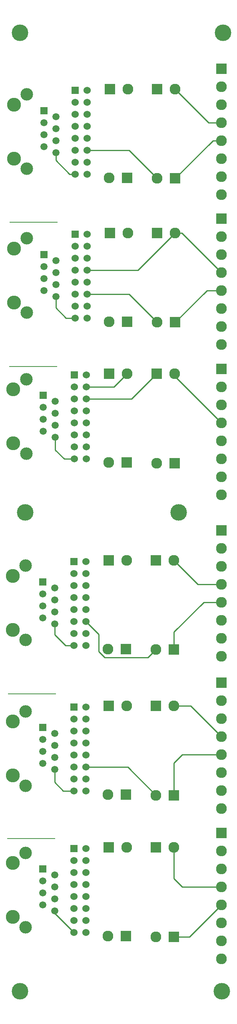
<source format=gtl>
G04 Layer_Physical_Order=1*
G04 Layer_Color=255*
%FSTAX24Y24*%
%MOIN*%
G70*
G01*
G75*
%ADD10R,0.4000X0.0100*%
%ADD11C,0.0100*%
%ADD12C,0.0902*%
%ADD13R,0.0902X0.0902*%
%ADD14C,0.1380*%
%ADD15C,0.0600*%
%ADD16R,0.0600X0.0600*%
%ADD17R,0.0902X0.0902*%
%ADD18C,0.1161*%
%ADD19C,0.1043*%
%ADD20C,0.0591*%
%ADD21R,0.0591X0.0591*%
D10*
X0417Y03245D02*
D03*
X04185Y0718D02*
D03*
X04165Y0204D02*
D03*
X0418Y05975D02*
D03*
D11*
X0444Y05205D02*
X04525D01*
X04365Y0528D02*
X0444Y05205D01*
X04365Y0528D02*
Y05385D01*
X0436Y02508D02*
X04433Y02435D01*
X0436Y02508D02*
Y02615D01*
X04485Y0758D02*
X0453D01*
X0437Y07695D02*
X04485Y0758D01*
X0437Y07695D02*
Y0776D01*
X05604Y0401D02*
X0575D01*
X05355Y03761D02*
X05604Y0401D01*
X05355Y03615D02*
Y03761D01*
X0498Y0778D02*
X05215Y07545D01*
X0463Y0778D02*
X0498D01*
X05485Y0122D02*
X0575Y01485D01*
X05355Y0122D02*
X05485D01*
X0568Y0786D02*
X0575D01*
X05365Y07545D02*
X0568Y0786D01*
X05365Y0829D02*
X05645Y0801D01*
X0575D01*
X0462Y0385D02*
X04727Y03743D01*
Y036D02*
Y03743D01*
Y036D02*
X04779Y03548D01*
X05138D01*
X05205Y03615D01*
X05355Y0436D02*
X05555Y0416D01*
X0575D01*
X04625Y05705D02*
X05D01*
X0521Y05915D01*
X0463Y0678D02*
X05055D01*
X05365Y0709D01*
X0542D01*
X0575Y0676D01*
X0563Y0661D02*
X0575D01*
X05365Y06345D02*
X0563Y0661D01*
X0498Y0658D02*
X05215Y06345D01*
X0463Y0658D02*
X0498D01*
X04625Y05805D02*
X04855D01*
X04965Y05915D01*
X05355Y03145D02*
X05495D01*
X0575Y0289D01*
X0462Y02635D02*
X0497D01*
X05205Y024D01*
X05355D02*
Y0267D01*
X05425Y0274D01*
X0575D01*
X05355Y01705D02*
Y01965D01*
Y01705D02*
X05425Y01635D01*
X0575D01*
X04433Y02435D02*
X0452D01*
X0536Y05895D02*
Y05915D01*
Y05895D02*
X0575Y05505D01*
X0436Y01415D02*
Y01435D01*
Y01415D02*
X0452Y01255D01*
X0436Y0374D02*
Y0383D01*
Y0374D02*
X0445Y0365D01*
X0452D01*
X0437Y06465D02*
Y0656D01*
Y06465D02*
X04455Y0638D01*
X0453D01*
D12*
X0575Y01035D02*
D03*
Y01185D02*
D03*
Y01335D02*
D03*
Y01485D02*
D03*
Y01635D02*
D03*
Y01785D02*
D03*
Y01935D02*
D03*
Y0229D02*
D03*
Y0244D02*
D03*
Y0259D02*
D03*
Y0274D02*
D03*
Y0289D02*
D03*
Y0304D02*
D03*
Y0319D02*
D03*
Y0356D02*
D03*
Y0371D02*
D03*
Y0386D02*
D03*
Y0401D02*
D03*
Y0416D02*
D03*
Y0431D02*
D03*
Y0446D02*
D03*
Y04905D02*
D03*
Y05055D02*
D03*
Y05205D02*
D03*
Y05355D02*
D03*
Y05505D02*
D03*
Y05655D02*
D03*
Y05805D02*
D03*
Y0616D02*
D03*
Y0631D02*
D03*
Y0646D02*
D03*
Y0661D02*
D03*
Y0676D02*
D03*
Y0691D02*
D03*
Y0706D02*
D03*
Y0741D02*
D03*
Y0756D02*
D03*
Y0771D02*
D03*
Y0786D02*
D03*
Y0801D02*
D03*
Y0816D02*
D03*
Y0831D02*
D03*
X04815Y0755D02*
D03*
X05215Y07545D02*
D03*
X05365Y0829D02*
D03*
X0497D02*
D03*
X04815Y0635D02*
D03*
X04805Y0362D02*
D03*
X0481Y05175D02*
D03*
X04805Y01225D02*
D03*
Y02405D02*
D03*
X05205Y0122D02*
D03*
Y024D02*
D03*
X05215Y06345D02*
D03*
X05205Y03615D02*
D03*
X0521Y0517D02*
D03*
X05355Y0436D02*
D03*
Y01965D02*
D03*
Y03145D02*
D03*
X05365Y0709D02*
D03*
X0536Y05915D02*
D03*
X0497Y0709D02*
D03*
X0496Y03145D02*
D03*
Y01965D02*
D03*
X04965Y05915D02*
D03*
X0496Y0436D02*
D03*
D13*
X0575Y02085D02*
D03*
Y0334D02*
D03*
Y0461D02*
D03*
Y05955D02*
D03*
Y0721D02*
D03*
Y0846D02*
D03*
D14*
X05755Y00765D02*
D03*
X0407D02*
D03*
X05395Y0476D02*
D03*
X04115D02*
D03*
X05765Y0876D02*
D03*
X0407D02*
D03*
D15*
X0463Y0758D02*
D03*
Y0768D02*
D03*
X0453Y0818D02*
D03*
Y0808D02*
D03*
Y0798D02*
D03*
Y0788D02*
D03*
Y0778D02*
D03*
Y0768D02*
D03*
Y0758D02*
D03*
X0463Y0778D02*
D03*
Y0788D02*
D03*
Y0798D02*
D03*
Y0808D02*
D03*
Y0818D02*
D03*
Y0828D02*
D03*
X0462Y01255D02*
D03*
Y01355D02*
D03*
X0452Y01855D02*
D03*
Y01755D02*
D03*
Y01655D02*
D03*
Y01555D02*
D03*
Y01455D02*
D03*
Y01355D02*
D03*
Y01255D02*
D03*
X0462Y01455D02*
D03*
Y01555D02*
D03*
Y01655D02*
D03*
Y01755D02*
D03*
Y01855D02*
D03*
Y01955D02*
D03*
Y02435D02*
D03*
Y02535D02*
D03*
X0452Y03035D02*
D03*
Y02935D02*
D03*
Y02835D02*
D03*
Y02735D02*
D03*
Y02635D02*
D03*
Y02535D02*
D03*
Y02435D02*
D03*
X0462Y02635D02*
D03*
Y02735D02*
D03*
Y02835D02*
D03*
Y02935D02*
D03*
Y03035D02*
D03*
Y03135D02*
D03*
Y0365D02*
D03*
Y0375D02*
D03*
X0452Y0425D02*
D03*
Y0415D02*
D03*
Y0405D02*
D03*
Y0395D02*
D03*
Y0385D02*
D03*
Y0375D02*
D03*
Y0365D02*
D03*
X0462Y0385D02*
D03*
Y0395D02*
D03*
Y0405D02*
D03*
Y0415D02*
D03*
Y0425D02*
D03*
Y0435D02*
D03*
X04625Y05205D02*
D03*
Y05305D02*
D03*
X04525Y05805D02*
D03*
Y05705D02*
D03*
Y05605D02*
D03*
Y05505D02*
D03*
Y05405D02*
D03*
Y05305D02*
D03*
Y05205D02*
D03*
X04625Y05405D02*
D03*
Y05505D02*
D03*
Y05605D02*
D03*
Y05705D02*
D03*
Y05805D02*
D03*
Y05905D02*
D03*
X0463Y0638D02*
D03*
Y0648D02*
D03*
X0453Y0698D02*
D03*
Y0688D02*
D03*
Y0678D02*
D03*
Y0668D02*
D03*
Y0658D02*
D03*
Y0648D02*
D03*
Y0638D02*
D03*
X0463Y0658D02*
D03*
Y0668D02*
D03*
Y0678D02*
D03*
Y0688D02*
D03*
Y0698D02*
D03*
Y0708D02*
D03*
D16*
X0453Y0828D02*
D03*
X0452Y01955D02*
D03*
Y03135D02*
D03*
Y0435D02*
D03*
X04525Y05905D02*
D03*
X0453Y0708D02*
D03*
D17*
X04965Y0755D02*
D03*
X05365Y07545D02*
D03*
X05215Y0829D02*
D03*
X0482D02*
D03*
X04965Y0635D02*
D03*
X04955Y0362D02*
D03*
X0496Y05175D02*
D03*
X04955Y01225D02*
D03*
Y02405D02*
D03*
X05355Y0122D02*
D03*
Y024D02*
D03*
X05365Y06345D02*
D03*
X05355Y03615D02*
D03*
X0536Y0517D02*
D03*
X05205Y0436D02*
D03*
Y01965D02*
D03*
Y03145D02*
D03*
X05215Y0709D02*
D03*
X0521Y05915D02*
D03*
X0482Y0709D02*
D03*
X0481Y03145D02*
D03*
Y01965D02*
D03*
X04815Y05915D02*
D03*
X0481Y0436D02*
D03*
D18*
X0401Y01385D02*
D03*
Y01835D02*
D03*
Y03015D02*
D03*
Y02565D02*
D03*
Y0378D02*
D03*
Y0423D02*
D03*
X04015Y05785D02*
D03*
Y05335D02*
D03*
X0402Y0651D02*
D03*
Y0696D02*
D03*
Y0816D02*
D03*
Y0771D02*
D03*
D19*
X041187Y0192D02*
D03*
Y013D02*
D03*
Y0248D02*
D03*
Y031D02*
D03*
Y04315D02*
D03*
Y03695D02*
D03*
X041237Y0525D02*
D03*
Y0587D02*
D03*
X041287Y07045D02*
D03*
Y06425D02*
D03*
Y07625D02*
D03*
Y08245D02*
D03*
D20*
X0426Y01685D02*
D03*
Y01585D02*
D03*
X0436Y01635D02*
D03*
Y01535D02*
D03*
X0426Y01485D02*
D03*
X0436Y01735D02*
D03*
Y01435D02*
D03*
Y02615D02*
D03*
Y02915D02*
D03*
X0426Y02665D02*
D03*
X0436Y02715D02*
D03*
Y02815D02*
D03*
X0426Y02765D02*
D03*
Y02865D02*
D03*
Y0408D02*
D03*
Y0398D02*
D03*
X0436Y0403D02*
D03*
Y0393D02*
D03*
X0426Y0388D02*
D03*
X0436Y0413D02*
D03*
Y0383D02*
D03*
X04365Y05385D02*
D03*
Y05685D02*
D03*
X04265Y05435D02*
D03*
X04365Y05485D02*
D03*
Y05585D02*
D03*
X04265Y05535D02*
D03*
Y05635D02*
D03*
X0427Y0681D02*
D03*
Y0671D02*
D03*
X0437Y0676D02*
D03*
Y0666D02*
D03*
X0427Y0661D02*
D03*
X0437Y0686D02*
D03*
Y0656D02*
D03*
Y0776D02*
D03*
Y0806D02*
D03*
X0427Y0781D02*
D03*
X0437Y0786D02*
D03*
Y0796D02*
D03*
X0427Y0791D02*
D03*
Y0801D02*
D03*
D21*
X0426Y01785D02*
D03*
Y02965D02*
D03*
Y0418D02*
D03*
X04265Y05735D02*
D03*
X0427Y0691D02*
D03*
Y0811D02*
D03*
M02*

</source>
